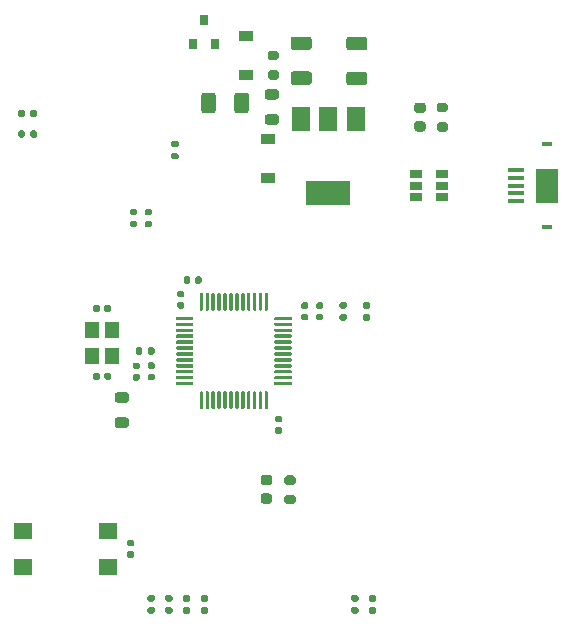
<source format=gbr>
%TF.GenerationSoftware,KiCad,Pcbnew,(5.1.9)-1*%
%TF.CreationDate,2021-01-20T19:31:44-08:00*%
%TF.ProjectId,STM32_BOB,53544d33-325f-4424-9f42-2e6b69636164,rev?*%
%TF.SameCoordinates,Original*%
%TF.FileFunction,Paste,Top*%
%TF.FilePolarity,Positive*%
%FSLAX46Y46*%
G04 Gerber Fmt 4.6, Leading zero omitted, Abs format (unit mm)*
G04 Created by KiCad (PCBNEW (5.1.9)-1) date 2021-01-20 19:31:44*
%MOMM*%
%LPD*%
G01*
G04 APERTURE LIST*
%ADD10R,1.200000X0.900000*%
%ADD11R,1.200000X1.400000*%
%ADD12R,1.350000X0.400000*%
%ADD13R,1.900000X2.900000*%
%ADD14R,0.850000X0.300000*%
%ADD15R,0.800000X0.900000*%
%ADD16R,1.600000X1.400000*%
%ADD17R,3.800000X2.000000*%
%ADD18R,1.500000X2.000000*%
%ADD19R,1.060000X0.650000*%
G04 APERTURE END LIST*
%TO.C,C12*%
G36*
G01*
X116420000Y-112550000D02*
X116080000Y-112550000D01*
G75*
G02*
X115940000Y-112410000I0J140000D01*
G01*
X115940000Y-112130000D01*
G75*
G02*
X116080000Y-111990000I140000J0D01*
G01*
X116420000Y-111990000D01*
G75*
G02*
X116560000Y-112130000I0J-140000D01*
G01*
X116560000Y-112410000D01*
G75*
G02*
X116420000Y-112550000I-140000J0D01*
G01*
G37*
G36*
G01*
X116420000Y-113510000D02*
X116080000Y-113510000D01*
G75*
G02*
X115940000Y-113370000I0J140000D01*
G01*
X115940000Y-113090000D01*
G75*
G02*
X116080000Y-112950000I140000J0D01*
G01*
X116420000Y-112950000D01*
G75*
G02*
X116560000Y-113090000I0J-140000D01*
G01*
X116560000Y-113370000D01*
G75*
G02*
X116420000Y-113510000I-140000J0D01*
G01*
G37*
%TD*%
%TO.C,C11*%
G36*
G01*
X114040000Y-98320000D02*
X114040000Y-97980000D01*
G75*
G02*
X114180000Y-97840000I140000J0D01*
G01*
X114460000Y-97840000D01*
G75*
G02*
X114600000Y-97980000I0J-140000D01*
G01*
X114600000Y-98320000D01*
G75*
G02*
X114460000Y-98460000I-140000J0D01*
G01*
X114180000Y-98460000D01*
G75*
G02*
X114040000Y-98320000I0J140000D01*
G01*
G37*
G36*
G01*
X113080000Y-98320000D02*
X113080000Y-97980000D01*
G75*
G02*
X113220000Y-97840000I140000J0D01*
G01*
X113500000Y-97840000D01*
G75*
G02*
X113640000Y-97980000I0J-140000D01*
G01*
X113640000Y-98320000D01*
G75*
G02*
X113500000Y-98460000I-140000J0D01*
G01*
X113220000Y-98460000D01*
G75*
G02*
X113080000Y-98320000I0J140000D01*
G01*
G37*
%TD*%
%TO.C,C10*%
G36*
G01*
X113640000Y-92230000D02*
X113640000Y-92570000D01*
G75*
G02*
X113500000Y-92710000I-140000J0D01*
G01*
X113220000Y-92710000D01*
G75*
G02*
X113080000Y-92570000I0J140000D01*
G01*
X113080000Y-92230000D01*
G75*
G02*
X113220000Y-92090000I140000J0D01*
G01*
X113500000Y-92090000D01*
G75*
G02*
X113640000Y-92230000I0J-140000D01*
G01*
G37*
G36*
G01*
X114600000Y-92230000D02*
X114600000Y-92570000D01*
G75*
G02*
X114460000Y-92710000I-140000J0D01*
G01*
X114180000Y-92710000D01*
G75*
G02*
X114040000Y-92570000I0J140000D01*
G01*
X114040000Y-92230000D01*
G75*
G02*
X114180000Y-92090000I140000J0D01*
G01*
X114460000Y-92090000D01*
G75*
G02*
X114600000Y-92230000I0J-140000D01*
G01*
G37*
%TD*%
%TO.C,C9*%
G36*
G01*
X118170000Y-97530000D02*
X117830000Y-97530000D01*
G75*
G02*
X117690000Y-97390000I0J140000D01*
G01*
X117690000Y-97110000D01*
G75*
G02*
X117830000Y-96970000I140000J0D01*
G01*
X118170000Y-96970000D01*
G75*
G02*
X118310000Y-97110000I0J-140000D01*
G01*
X118310000Y-97390000D01*
G75*
G02*
X118170000Y-97530000I-140000J0D01*
G01*
G37*
G36*
G01*
X118170000Y-98490000D02*
X117830000Y-98490000D01*
G75*
G02*
X117690000Y-98350000I0J140000D01*
G01*
X117690000Y-98070000D01*
G75*
G02*
X117830000Y-97930000I140000J0D01*
G01*
X118170000Y-97930000D01*
G75*
G02*
X118310000Y-98070000I0J-140000D01*
G01*
X118310000Y-98350000D01*
G75*
G02*
X118170000Y-98490000I-140000J0D01*
G01*
G37*
%TD*%
%TO.C,C8*%
G36*
G01*
X116910000Y-97540000D02*
X116570000Y-97540000D01*
G75*
G02*
X116430000Y-97400000I0J140000D01*
G01*
X116430000Y-97120000D01*
G75*
G02*
X116570000Y-96980000I140000J0D01*
G01*
X116910000Y-96980000D01*
G75*
G02*
X117050000Y-97120000I0J-140000D01*
G01*
X117050000Y-97400000D01*
G75*
G02*
X116910000Y-97540000I-140000J0D01*
G01*
G37*
G36*
G01*
X116910000Y-98500000D02*
X116570000Y-98500000D01*
G75*
G02*
X116430000Y-98360000I0J140000D01*
G01*
X116430000Y-98080000D01*
G75*
G02*
X116570000Y-97940000I140000J0D01*
G01*
X116910000Y-97940000D01*
G75*
G02*
X117050000Y-98080000I0J-140000D01*
G01*
X117050000Y-98360000D01*
G75*
G02*
X116910000Y-98500000I-140000J0D01*
G01*
G37*
%TD*%
%TO.C,C7*%
G36*
G01*
X132420000Y-92450000D02*
X132080000Y-92450000D01*
G75*
G02*
X131940000Y-92310000I0J140000D01*
G01*
X131940000Y-92030000D01*
G75*
G02*
X132080000Y-91890000I140000J0D01*
G01*
X132420000Y-91890000D01*
G75*
G02*
X132560000Y-92030000I0J-140000D01*
G01*
X132560000Y-92310000D01*
G75*
G02*
X132420000Y-92450000I-140000J0D01*
G01*
G37*
G36*
G01*
X132420000Y-93410000D02*
X132080000Y-93410000D01*
G75*
G02*
X131940000Y-93270000I0J140000D01*
G01*
X131940000Y-92990000D01*
G75*
G02*
X132080000Y-92850000I140000J0D01*
G01*
X132420000Y-92850000D01*
G75*
G02*
X132560000Y-92990000I0J-140000D01*
G01*
X132560000Y-93270000D01*
G75*
G02*
X132420000Y-93410000I-140000J0D01*
G01*
G37*
%TD*%
%TO.C,C6*%
G36*
G01*
X120330000Y-91860000D02*
X120670000Y-91860000D01*
G75*
G02*
X120810000Y-92000000I0J-140000D01*
G01*
X120810000Y-92280000D01*
G75*
G02*
X120670000Y-92420000I-140000J0D01*
G01*
X120330000Y-92420000D01*
G75*
G02*
X120190000Y-92280000I0J140000D01*
G01*
X120190000Y-92000000D01*
G75*
G02*
X120330000Y-91860000I140000J0D01*
G01*
G37*
G36*
G01*
X120330000Y-90900000D02*
X120670000Y-90900000D01*
G75*
G02*
X120810000Y-91040000I0J-140000D01*
G01*
X120810000Y-91320000D01*
G75*
G02*
X120670000Y-91460000I-140000J0D01*
G01*
X120330000Y-91460000D01*
G75*
G02*
X120190000Y-91320000I0J140000D01*
G01*
X120190000Y-91040000D01*
G75*
G02*
X120330000Y-90900000I140000J0D01*
G01*
G37*
%TD*%
%TO.C,C5*%
G36*
G01*
X128970000Y-102050000D02*
X128630000Y-102050000D01*
G75*
G02*
X128490000Y-101910000I0J140000D01*
G01*
X128490000Y-101630000D01*
G75*
G02*
X128630000Y-101490000I140000J0D01*
G01*
X128970000Y-101490000D01*
G75*
G02*
X129110000Y-101630000I0J-140000D01*
G01*
X129110000Y-101910000D01*
G75*
G02*
X128970000Y-102050000I-140000J0D01*
G01*
G37*
G36*
G01*
X128970000Y-103010000D02*
X128630000Y-103010000D01*
G75*
G02*
X128490000Y-102870000I0J140000D01*
G01*
X128490000Y-102590000D01*
G75*
G02*
X128630000Y-102450000I140000J0D01*
G01*
X128970000Y-102450000D01*
G75*
G02*
X129110000Y-102590000I0J-140000D01*
G01*
X129110000Y-102870000D01*
G75*
G02*
X128970000Y-103010000I-140000J0D01*
G01*
G37*
%TD*%
%TO.C,C4*%
G36*
G01*
X121300000Y-89830000D02*
X121300000Y-90170000D01*
G75*
G02*
X121160000Y-90310000I-140000J0D01*
G01*
X120880000Y-90310000D01*
G75*
G02*
X120740000Y-90170000I0J140000D01*
G01*
X120740000Y-89830000D01*
G75*
G02*
X120880000Y-89690000I140000J0D01*
G01*
X121160000Y-89690000D01*
G75*
G02*
X121300000Y-89830000I0J-140000D01*
G01*
G37*
G36*
G01*
X122260000Y-89830000D02*
X122260000Y-90170000D01*
G75*
G02*
X122120000Y-90310000I-140000J0D01*
G01*
X121840000Y-90310000D01*
G75*
G02*
X121700000Y-90170000I0J140000D01*
G01*
X121700000Y-89830000D01*
G75*
G02*
X121840000Y-89690000I140000J0D01*
G01*
X122120000Y-89690000D01*
G75*
G02*
X122260000Y-89830000I0J-140000D01*
G01*
G37*
%TD*%
%TO.C,C3*%
G36*
G01*
X131170000Y-92450000D02*
X130830000Y-92450000D01*
G75*
G02*
X130690000Y-92310000I0J140000D01*
G01*
X130690000Y-92030000D01*
G75*
G02*
X130830000Y-91890000I140000J0D01*
G01*
X131170000Y-91890000D01*
G75*
G02*
X131310000Y-92030000I0J-140000D01*
G01*
X131310000Y-92310000D01*
G75*
G02*
X131170000Y-92450000I-140000J0D01*
G01*
G37*
G36*
G01*
X131170000Y-93410000D02*
X130830000Y-93410000D01*
G75*
G02*
X130690000Y-93270000I0J140000D01*
G01*
X130690000Y-92990000D01*
G75*
G02*
X130830000Y-92850000I140000J0D01*
G01*
X131170000Y-92850000D01*
G75*
G02*
X131310000Y-92990000I0J-140000D01*
G01*
X131310000Y-93270000D01*
G75*
G02*
X131170000Y-93410000I-140000J0D01*
G01*
G37*
%TD*%
D10*
%TO.C,D1*%
X126000000Y-72650000D03*
X126000000Y-69350000D03*
%TD*%
%TO.C,C1*%
G36*
G01*
X130049999Y-72325000D02*
X131350001Y-72325000D01*
G75*
G02*
X131600000Y-72574999I0J-249999D01*
G01*
X131600000Y-73225001D01*
G75*
G02*
X131350001Y-73475000I-249999J0D01*
G01*
X130049999Y-73475000D01*
G75*
G02*
X129800000Y-73225001I0J249999D01*
G01*
X129800000Y-72574999D01*
G75*
G02*
X130049999Y-72325000I249999J0D01*
G01*
G37*
G36*
G01*
X130049999Y-69375000D02*
X131350001Y-69375000D01*
G75*
G02*
X131600000Y-69624999I0J-249999D01*
G01*
X131600000Y-70275001D01*
G75*
G02*
X131350001Y-70525000I-249999J0D01*
G01*
X130049999Y-70525000D01*
G75*
G02*
X129800000Y-70275001I0J249999D01*
G01*
X129800000Y-69624999D01*
G75*
G02*
X130049999Y-69375000I249999J0D01*
G01*
G37*
%TD*%
%TO.C,C2*%
G36*
G01*
X134749999Y-69400000D02*
X136050001Y-69400000D01*
G75*
G02*
X136300000Y-69649999I0J-249999D01*
G01*
X136300000Y-70300001D01*
G75*
G02*
X136050001Y-70550000I-249999J0D01*
G01*
X134749999Y-70550000D01*
G75*
G02*
X134500000Y-70300001I0J249999D01*
G01*
X134500000Y-69649999D01*
G75*
G02*
X134749999Y-69400000I249999J0D01*
G01*
G37*
G36*
G01*
X134749999Y-72350000D02*
X136050001Y-72350000D01*
G75*
G02*
X136300000Y-72599999I0J-249999D01*
G01*
X136300000Y-73250001D01*
G75*
G02*
X136050001Y-73500000I-249999J0D01*
G01*
X134749999Y-73500000D01*
G75*
G02*
X134500000Y-73250001I0J249999D01*
G01*
X134500000Y-72599999D01*
G75*
G02*
X134749999Y-72350000I249999J0D01*
G01*
G37*
%TD*%
%TO.C,D2*%
X127900000Y-78050000D03*
X127900000Y-81350000D03*
%TD*%
%TO.C,D3*%
G36*
G01*
X141006250Y-77425000D02*
X140493750Y-77425000D01*
G75*
G02*
X140275000Y-77206250I0J218750D01*
G01*
X140275000Y-76768750D01*
G75*
G02*
X140493750Y-76550000I218750J0D01*
G01*
X141006250Y-76550000D01*
G75*
G02*
X141225000Y-76768750I0J-218750D01*
G01*
X141225000Y-77206250D01*
G75*
G02*
X141006250Y-77425000I-218750J0D01*
G01*
G37*
G36*
G01*
X141006250Y-75850000D02*
X140493750Y-75850000D01*
G75*
G02*
X140275000Y-75631250I0J218750D01*
G01*
X140275000Y-75193750D01*
G75*
G02*
X140493750Y-74975000I218750J0D01*
G01*
X141006250Y-74975000D01*
G75*
G02*
X141225000Y-75193750I0J-218750D01*
G01*
X141225000Y-75631250D01*
G75*
G02*
X141006250Y-75850000I-218750J0D01*
G01*
G37*
%TD*%
%TO.C,D4*%
G36*
G01*
X128006250Y-107362500D02*
X127493750Y-107362500D01*
G75*
G02*
X127275000Y-107143750I0J218750D01*
G01*
X127275000Y-106706250D01*
G75*
G02*
X127493750Y-106487500I218750J0D01*
G01*
X128006250Y-106487500D01*
G75*
G02*
X128225000Y-106706250I0J-218750D01*
G01*
X128225000Y-107143750D01*
G75*
G02*
X128006250Y-107362500I-218750J0D01*
G01*
G37*
G36*
G01*
X128006250Y-108937500D02*
X127493750Y-108937500D01*
G75*
G02*
X127275000Y-108718750I0J218750D01*
G01*
X127275000Y-108281250D01*
G75*
G02*
X127493750Y-108062500I218750J0D01*
G01*
X128006250Y-108062500D01*
G75*
G02*
X128225000Y-108281250I0J-218750D01*
G01*
X128225000Y-108718750D01*
G75*
G02*
X128006250Y-108937500I-218750J0D01*
G01*
G37*
%TD*%
%TO.C,F1*%
G36*
G01*
X126275000Y-74375000D02*
X126275000Y-75625000D01*
G75*
G02*
X126025000Y-75875000I-250000J0D01*
G01*
X125275000Y-75875000D01*
G75*
G02*
X125025000Y-75625000I0J250000D01*
G01*
X125025000Y-74375000D01*
G75*
G02*
X125275000Y-74125000I250000J0D01*
G01*
X126025000Y-74125000D01*
G75*
G02*
X126275000Y-74375000I0J-250000D01*
G01*
G37*
G36*
G01*
X123475000Y-74375000D02*
X123475000Y-75625000D01*
G75*
G02*
X123225000Y-75875000I-250000J0D01*
G01*
X122475000Y-75875000D01*
G75*
G02*
X122225000Y-75625000I0J250000D01*
G01*
X122225000Y-74375000D01*
G75*
G02*
X122475000Y-74125000I250000J0D01*
G01*
X123225000Y-74125000D01*
G75*
G02*
X123475000Y-74375000I0J-250000D01*
G01*
G37*
%TD*%
%TO.C,FB1*%
G36*
G01*
X128581250Y-76837500D02*
X127818750Y-76837500D01*
G75*
G02*
X127600000Y-76618750I0J218750D01*
G01*
X127600000Y-76181250D01*
G75*
G02*
X127818750Y-75962500I218750J0D01*
G01*
X128581250Y-75962500D01*
G75*
G02*
X128800000Y-76181250I0J-218750D01*
G01*
X128800000Y-76618750D01*
G75*
G02*
X128581250Y-76837500I-218750J0D01*
G01*
G37*
G36*
G01*
X128581250Y-74712500D02*
X127818750Y-74712500D01*
G75*
G02*
X127600000Y-74493750I0J218750D01*
G01*
X127600000Y-74056250D01*
G75*
G02*
X127818750Y-73837500I218750J0D01*
G01*
X128581250Y-73837500D01*
G75*
G02*
X128800000Y-74056250I0J-218750D01*
G01*
X128800000Y-74493750D01*
G75*
G02*
X128581250Y-74712500I-218750J0D01*
G01*
G37*
%TD*%
%TO.C,FB2*%
G36*
G01*
X115118750Y-101625000D02*
X115881250Y-101625000D01*
G75*
G02*
X116100000Y-101843750I0J-218750D01*
G01*
X116100000Y-102281250D01*
G75*
G02*
X115881250Y-102500000I-218750J0D01*
G01*
X115118750Y-102500000D01*
G75*
G02*
X114900000Y-102281250I0J218750D01*
G01*
X114900000Y-101843750D01*
G75*
G02*
X115118750Y-101625000I218750J0D01*
G01*
G37*
G36*
G01*
X115118750Y-99500000D02*
X115881250Y-99500000D01*
G75*
G02*
X116100000Y-99718750I0J-218750D01*
G01*
X116100000Y-100156250D01*
G75*
G02*
X115881250Y-100375000I-218750J0D01*
G01*
X115118750Y-100375000D01*
G75*
G02*
X114900000Y-100156250I0J218750D01*
G01*
X114900000Y-99718750D01*
G75*
G02*
X115118750Y-99500000I218750J0D01*
G01*
G37*
%TD*%
D11*
%TO.C,HSE1*%
X112990000Y-94200000D03*
X112990000Y-96400000D03*
X114690000Y-96400000D03*
X114690000Y-94200000D03*
%TD*%
D12*
%TO.C,J2*%
X148875000Y-83300000D03*
X148875000Y-82650000D03*
X148875000Y-82000000D03*
X148875000Y-80700000D03*
X148875000Y-81350000D03*
D13*
X151550000Y-82000000D03*
D14*
X151550000Y-78500000D03*
X151550000Y-85500000D03*
%TD*%
D15*
%TO.C,Q1*%
X121500000Y-70000000D03*
X123400000Y-70000000D03*
X122450000Y-68000000D03*
%TD*%
%TO.C,R1*%
G36*
G01*
X128600000Y-73025000D02*
X128050000Y-73025000D01*
G75*
G02*
X127850000Y-72825000I0J200000D01*
G01*
X127850000Y-72425000D01*
G75*
G02*
X128050000Y-72225000I200000J0D01*
G01*
X128600000Y-72225000D01*
G75*
G02*
X128800000Y-72425000I0J-200000D01*
G01*
X128800000Y-72825000D01*
G75*
G02*
X128600000Y-73025000I-200000J0D01*
G01*
G37*
G36*
G01*
X128600000Y-71375000D02*
X128050000Y-71375000D01*
G75*
G02*
X127850000Y-71175000I0J200000D01*
G01*
X127850000Y-70775000D01*
G75*
G02*
X128050000Y-70575000I200000J0D01*
G01*
X128600000Y-70575000D01*
G75*
G02*
X128800000Y-70775000I0J-200000D01*
G01*
X128800000Y-71175000D01*
G75*
G02*
X128600000Y-71375000I-200000J0D01*
G01*
G37*
%TD*%
%TO.C,R2*%
G36*
G01*
X142925000Y-75775000D02*
X142375000Y-75775000D01*
G75*
G02*
X142175000Y-75575000I0J200000D01*
G01*
X142175000Y-75175000D01*
G75*
G02*
X142375000Y-74975000I200000J0D01*
G01*
X142925000Y-74975000D01*
G75*
G02*
X143125000Y-75175000I0J-200000D01*
G01*
X143125000Y-75575000D01*
G75*
G02*
X142925000Y-75775000I-200000J0D01*
G01*
G37*
G36*
G01*
X142925000Y-77425000D02*
X142375000Y-77425000D01*
G75*
G02*
X142175000Y-77225000I0J200000D01*
G01*
X142175000Y-76825000D01*
G75*
G02*
X142375000Y-76625000I200000J0D01*
G01*
X142925000Y-76625000D01*
G75*
G02*
X143125000Y-76825000I0J-200000D01*
G01*
X143125000Y-77225000D01*
G75*
G02*
X142925000Y-77425000I-200000J0D01*
G01*
G37*
%TD*%
%TO.C,R3*%
G36*
G01*
X117260000Y-95815000D02*
X117260000Y-96185000D01*
G75*
G02*
X117125000Y-96320000I-135000J0D01*
G01*
X116855000Y-96320000D01*
G75*
G02*
X116720000Y-96185000I0J135000D01*
G01*
X116720000Y-95815000D01*
G75*
G02*
X116855000Y-95680000I135000J0D01*
G01*
X117125000Y-95680000D01*
G75*
G02*
X117260000Y-95815000I0J-135000D01*
G01*
G37*
G36*
G01*
X118280000Y-95815000D02*
X118280000Y-96185000D01*
G75*
G02*
X118145000Y-96320000I-135000J0D01*
G01*
X117875000Y-96320000D01*
G75*
G02*
X117740000Y-96185000I0J135000D01*
G01*
X117740000Y-95815000D01*
G75*
G02*
X117875000Y-95680000I135000J0D01*
G01*
X118145000Y-95680000D01*
G75*
G02*
X118280000Y-95815000I0J-135000D01*
G01*
G37*
%TD*%
%TO.C,R4*%
G36*
G01*
X120185000Y-78760000D02*
X119815000Y-78760000D01*
G75*
G02*
X119680000Y-78625000I0J135000D01*
G01*
X119680000Y-78355000D01*
G75*
G02*
X119815000Y-78220000I135000J0D01*
G01*
X120185000Y-78220000D01*
G75*
G02*
X120320000Y-78355000I0J-135000D01*
G01*
X120320000Y-78625000D01*
G75*
G02*
X120185000Y-78760000I-135000J0D01*
G01*
G37*
G36*
G01*
X120185000Y-79780000D02*
X119815000Y-79780000D01*
G75*
G02*
X119680000Y-79645000I0J135000D01*
G01*
X119680000Y-79375000D01*
G75*
G02*
X119815000Y-79240000I135000J0D01*
G01*
X120185000Y-79240000D01*
G75*
G02*
X120320000Y-79375000I0J-135000D01*
G01*
X120320000Y-79645000D01*
G75*
G02*
X120185000Y-79780000I-135000J0D01*
G01*
G37*
%TD*%
%TO.C,R5*%
G36*
G01*
X130025000Y-108975000D02*
X129475000Y-108975000D01*
G75*
G02*
X129275000Y-108775000I0J200000D01*
G01*
X129275000Y-108375000D01*
G75*
G02*
X129475000Y-108175000I200000J0D01*
G01*
X130025000Y-108175000D01*
G75*
G02*
X130225000Y-108375000I0J-200000D01*
G01*
X130225000Y-108775000D01*
G75*
G02*
X130025000Y-108975000I-200000J0D01*
G01*
G37*
G36*
G01*
X130025000Y-107325000D02*
X129475000Y-107325000D01*
G75*
G02*
X129275000Y-107125000I0J200000D01*
G01*
X129275000Y-106725000D01*
G75*
G02*
X129475000Y-106525000I200000J0D01*
G01*
X130025000Y-106525000D01*
G75*
G02*
X130225000Y-106725000I0J-200000D01*
G01*
X130225000Y-107125000D01*
G75*
G02*
X130025000Y-107325000I-200000J0D01*
G01*
G37*
%TD*%
%TO.C,R6*%
G36*
G01*
X117935000Y-85530000D02*
X117565000Y-85530000D01*
G75*
G02*
X117430000Y-85395000I0J135000D01*
G01*
X117430000Y-85125000D01*
G75*
G02*
X117565000Y-84990000I135000J0D01*
G01*
X117935000Y-84990000D01*
G75*
G02*
X118070000Y-85125000I0J-135000D01*
G01*
X118070000Y-85395000D01*
G75*
G02*
X117935000Y-85530000I-135000J0D01*
G01*
G37*
G36*
G01*
X117935000Y-84510000D02*
X117565000Y-84510000D01*
G75*
G02*
X117430000Y-84375000I0J135000D01*
G01*
X117430000Y-84105000D01*
G75*
G02*
X117565000Y-83970000I135000J0D01*
G01*
X117935000Y-83970000D01*
G75*
G02*
X118070000Y-84105000I0J-135000D01*
G01*
X118070000Y-84375000D01*
G75*
G02*
X117935000Y-84510000I-135000J0D01*
G01*
G37*
%TD*%
%TO.C,R7*%
G36*
G01*
X116685000Y-84500000D02*
X116315000Y-84500000D01*
G75*
G02*
X116180000Y-84365000I0J135000D01*
G01*
X116180000Y-84095000D01*
G75*
G02*
X116315000Y-83960000I135000J0D01*
G01*
X116685000Y-83960000D01*
G75*
G02*
X116820000Y-84095000I0J-135000D01*
G01*
X116820000Y-84365000D01*
G75*
G02*
X116685000Y-84500000I-135000J0D01*
G01*
G37*
G36*
G01*
X116685000Y-85520000D02*
X116315000Y-85520000D01*
G75*
G02*
X116180000Y-85385000I0J135000D01*
G01*
X116180000Y-85115000D01*
G75*
G02*
X116315000Y-84980000I135000J0D01*
G01*
X116685000Y-84980000D01*
G75*
G02*
X116820000Y-85115000I0J-135000D01*
G01*
X116820000Y-85385000D01*
G75*
G02*
X116685000Y-85520000I-135000J0D01*
G01*
G37*
%TD*%
%TO.C,R8*%
G36*
G01*
X134435000Y-92400000D02*
X134065000Y-92400000D01*
G75*
G02*
X133930000Y-92265000I0J135000D01*
G01*
X133930000Y-91995000D01*
G75*
G02*
X134065000Y-91860000I135000J0D01*
G01*
X134435000Y-91860000D01*
G75*
G02*
X134570000Y-91995000I0J-135000D01*
G01*
X134570000Y-92265000D01*
G75*
G02*
X134435000Y-92400000I-135000J0D01*
G01*
G37*
G36*
G01*
X134435000Y-93420000D02*
X134065000Y-93420000D01*
G75*
G02*
X133930000Y-93285000I0J135000D01*
G01*
X133930000Y-93015000D01*
G75*
G02*
X134065000Y-92880000I135000J0D01*
G01*
X134435000Y-92880000D01*
G75*
G02*
X134570000Y-93015000I0J-135000D01*
G01*
X134570000Y-93285000D01*
G75*
G02*
X134435000Y-93420000I-135000J0D01*
G01*
G37*
%TD*%
%TO.C,R9*%
G36*
G01*
X136425000Y-93420000D02*
X136055000Y-93420000D01*
G75*
G02*
X135920000Y-93285000I0J135000D01*
G01*
X135920000Y-93015000D01*
G75*
G02*
X136055000Y-92880000I135000J0D01*
G01*
X136425000Y-92880000D01*
G75*
G02*
X136560000Y-93015000I0J-135000D01*
G01*
X136560000Y-93285000D01*
G75*
G02*
X136425000Y-93420000I-135000J0D01*
G01*
G37*
G36*
G01*
X136425000Y-92400000D02*
X136055000Y-92400000D01*
G75*
G02*
X135920000Y-92265000I0J135000D01*
G01*
X135920000Y-91995000D01*
G75*
G02*
X136055000Y-91860000I135000J0D01*
G01*
X136425000Y-91860000D01*
G75*
G02*
X136560000Y-91995000I0J-135000D01*
G01*
X136560000Y-92265000D01*
G75*
G02*
X136425000Y-92400000I-135000J0D01*
G01*
G37*
%TD*%
%TO.C,R10*%
G36*
G01*
X118185000Y-118230000D02*
X117815000Y-118230000D01*
G75*
G02*
X117680000Y-118095000I0J135000D01*
G01*
X117680000Y-117825000D01*
G75*
G02*
X117815000Y-117690000I135000J0D01*
G01*
X118185000Y-117690000D01*
G75*
G02*
X118320000Y-117825000I0J-135000D01*
G01*
X118320000Y-118095000D01*
G75*
G02*
X118185000Y-118230000I-135000J0D01*
G01*
G37*
G36*
G01*
X118185000Y-117210000D02*
X117815000Y-117210000D01*
G75*
G02*
X117680000Y-117075000I0J135000D01*
G01*
X117680000Y-116805000D01*
G75*
G02*
X117815000Y-116670000I135000J0D01*
G01*
X118185000Y-116670000D01*
G75*
G02*
X118320000Y-116805000I0J-135000D01*
G01*
X118320000Y-117075000D01*
G75*
G02*
X118185000Y-117210000I-135000J0D01*
G01*
G37*
%TD*%
%TO.C,R11*%
G36*
G01*
X119685000Y-117210000D02*
X119315000Y-117210000D01*
G75*
G02*
X119180000Y-117075000I0J135000D01*
G01*
X119180000Y-116805000D01*
G75*
G02*
X119315000Y-116670000I135000J0D01*
G01*
X119685000Y-116670000D01*
G75*
G02*
X119820000Y-116805000I0J-135000D01*
G01*
X119820000Y-117075000D01*
G75*
G02*
X119685000Y-117210000I-135000J0D01*
G01*
G37*
G36*
G01*
X119685000Y-118230000D02*
X119315000Y-118230000D01*
G75*
G02*
X119180000Y-118095000I0J135000D01*
G01*
X119180000Y-117825000D01*
G75*
G02*
X119315000Y-117690000I135000J0D01*
G01*
X119685000Y-117690000D01*
G75*
G02*
X119820000Y-117825000I0J-135000D01*
G01*
X119820000Y-118095000D01*
G75*
G02*
X119685000Y-118230000I-135000J0D01*
G01*
G37*
%TD*%
%TO.C,R12*%
G36*
G01*
X121185000Y-118230000D02*
X120815000Y-118230000D01*
G75*
G02*
X120680000Y-118095000I0J135000D01*
G01*
X120680000Y-117825000D01*
G75*
G02*
X120815000Y-117690000I135000J0D01*
G01*
X121185000Y-117690000D01*
G75*
G02*
X121320000Y-117825000I0J-135000D01*
G01*
X121320000Y-118095000D01*
G75*
G02*
X121185000Y-118230000I-135000J0D01*
G01*
G37*
G36*
G01*
X121185000Y-117210000D02*
X120815000Y-117210000D01*
G75*
G02*
X120680000Y-117075000I0J135000D01*
G01*
X120680000Y-116805000D01*
G75*
G02*
X120815000Y-116670000I135000J0D01*
G01*
X121185000Y-116670000D01*
G75*
G02*
X121320000Y-116805000I0J-135000D01*
G01*
X121320000Y-117075000D01*
G75*
G02*
X121185000Y-117210000I-135000J0D01*
G01*
G37*
%TD*%
%TO.C,R13*%
G36*
G01*
X122685000Y-117210000D02*
X122315000Y-117210000D01*
G75*
G02*
X122180000Y-117075000I0J135000D01*
G01*
X122180000Y-116805000D01*
G75*
G02*
X122315000Y-116670000I135000J0D01*
G01*
X122685000Y-116670000D01*
G75*
G02*
X122820000Y-116805000I0J-135000D01*
G01*
X122820000Y-117075000D01*
G75*
G02*
X122685000Y-117210000I-135000J0D01*
G01*
G37*
G36*
G01*
X122685000Y-118230000D02*
X122315000Y-118230000D01*
G75*
G02*
X122180000Y-118095000I0J135000D01*
G01*
X122180000Y-117825000D01*
G75*
G02*
X122315000Y-117690000I135000J0D01*
G01*
X122685000Y-117690000D01*
G75*
G02*
X122820000Y-117825000I0J-135000D01*
G01*
X122820000Y-118095000D01*
G75*
G02*
X122685000Y-118230000I-135000J0D01*
G01*
G37*
%TD*%
%TO.C,R14*%
G36*
G01*
X106750000Y-76065000D02*
X106750000Y-75695000D01*
G75*
G02*
X106885000Y-75560000I135000J0D01*
G01*
X107155000Y-75560000D01*
G75*
G02*
X107290000Y-75695000I0J-135000D01*
G01*
X107290000Y-76065000D01*
G75*
G02*
X107155000Y-76200000I-135000J0D01*
G01*
X106885000Y-76200000D01*
G75*
G02*
X106750000Y-76065000I0J135000D01*
G01*
G37*
G36*
G01*
X107770000Y-76065000D02*
X107770000Y-75695000D01*
G75*
G02*
X107905000Y-75560000I135000J0D01*
G01*
X108175000Y-75560000D01*
G75*
G02*
X108310000Y-75695000I0J-135000D01*
G01*
X108310000Y-76065000D01*
G75*
G02*
X108175000Y-76200000I-135000J0D01*
G01*
X107905000Y-76200000D01*
G75*
G02*
X107770000Y-76065000I0J135000D01*
G01*
G37*
%TD*%
%TO.C,R15*%
G36*
G01*
X106750000Y-77815000D02*
X106750000Y-77445000D01*
G75*
G02*
X106885000Y-77310000I135000J0D01*
G01*
X107155000Y-77310000D01*
G75*
G02*
X107290000Y-77445000I0J-135000D01*
G01*
X107290000Y-77815000D01*
G75*
G02*
X107155000Y-77950000I-135000J0D01*
G01*
X106885000Y-77950000D01*
G75*
G02*
X106750000Y-77815000I0J135000D01*
G01*
G37*
G36*
G01*
X107770000Y-77815000D02*
X107770000Y-77445000D01*
G75*
G02*
X107905000Y-77310000I135000J0D01*
G01*
X108175000Y-77310000D01*
G75*
G02*
X108310000Y-77445000I0J-135000D01*
G01*
X108310000Y-77815000D01*
G75*
G02*
X108175000Y-77950000I-135000J0D01*
G01*
X107905000Y-77950000D01*
G75*
G02*
X107770000Y-77815000I0J135000D01*
G01*
G37*
%TD*%
%TO.C,R16*%
G36*
G01*
X135435000Y-117210000D02*
X135065000Y-117210000D01*
G75*
G02*
X134930000Y-117075000I0J135000D01*
G01*
X134930000Y-116805000D01*
G75*
G02*
X135065000Y-116670000I135000J0D01*
G01*
X135435000Y-116670000D01*
G75*
G02*
X135570000Y-116805000I0J-135000D01*
G01*
X135570000Y-117075000D01*
G75*
G02*
X135435000Y-117210000I-135000J0D01*
G01*
G37*
G36*
G01*
X135435000Y-118230000D02*
X135065000Y-118230000D01*
G75*
G02*
X134930000Y-118095000I0J135000D01*
G01*
X134930000Y-117825000D01*
G75*
G02*
X135065000Y-117690000I135000J0D01*
G01*
X135435000Y-117690000D01*
G75*
G02*
X135570000Y-117825000I0J-135000D01*
G01*
X135570000Y-118095000D01*
G75*
G02*
X135435000Y-118230000I-135000J0D01*
G01*
G37*
%TD*%
%TO.C,R17*%
G36*
G01*
X136935000Y-118230000D02*
X136565000Y-118230000D01*
G75*
G02*
X136430000Y-118095000I0J135000D01*
G01*
X136430000Y-117825000D01*
G75*
G02*
X136565000Y-117690000I135000J0D01*
G01*
X136935000Y-117690000D01*
G75*
G02*
X137070000Y-117825000I0J-135000D01*
G01*
X137070000Y-118095000D01*
G75*
G02*
X136935000Y-118230000I-135000J0D01*
G01*
G37*
G36*
G01*
X136935000Y-117210000D02*
X136565000Y-117210000D01*
G75*
G02*
X136430000Y-117075000I0J135000D01*
G01*
X136430000Y-116805000D01*
G75*
G02*
X136565000Y-116670000I135000J0D01*
G01*
X136935000Y-116670000D01*
G75*
G02*
X137070000Y-116805000I0J-135000D01*
G01*
X137070000Y-117075000D01*
G75*
G02*
X136935000Y-117210000I-135000J0D01*
G01*
G37*
%TD*%
D16*
%TO.C,SW1*%
X107150000Y-114250000D03*
X114350000Y-114250000D03*
X107150000Y-111250000D03*
X114350000Y-111250000D03*
%TD*%
D17*
%TO.C,U1*%
X133000000Y-82650000D03*
D18*
X133000000Y-76350000D03*
X130700000Y-76350000D03*
X135300000Y-76350000D03*
%TD*%
D19*
%TO.C,U2*%
X142600000Y-82950000D03*
X142600000Y-82000000D03*
X142600000Y-81050000D03*
X140400000Y-81050000D03*
X140400000Y-82950000D03*
X140400000Y-82000000D03*
%TD*%
%TO.C,U3*%
G36*
G01*
X120100000Y-93325000D02*
X120100000Y-93175000D01*
G75*
G02*
X120175000Y-93100000I75000J0D01*
G01*
X121500000Y-93100000D01*
G75*
G02*
X121575000Y-93175000I0J-75000D01*
G01*
X121575000Y-93325000D01*
G75*
G02*
X121500000Y-93400000I-75000J0D01*
G01*
X120175000Y-93400000D01*
G75*
G02*
X120100000Y-93325000I0J75000D01*
G01*
G37*
G36*
G01*
X120100000Y-93825000D02*
X120100000Y-93675000D01*
G75*
G02*
X120175000Y-93600000I75000J0D01*
G01*
X121500000Y-93600000D01*
G75*
G02*
X121575000Y-93675000I0J-75000D01*
G01*
X121575000Y-93825000D01*
G75*
G02*
X121500000Y-93900000I-75000J0D01*
G01*
X120175000Y-93900000D01*
G75*
G02*
X120100000Y-93825000I0J75000D01*
G01*
G37*
G36*
G01*
X120100000Y-94325000D02*
X120100000Y-94175000D01*
G75*
G02*
X120175000Y-94100000I75000J0D01*
G01*
X121500000Y-94100000D01*
G75*
G02*
X121575000Y-94175000I0J-75000D01*
G01*
X121575000Y-94325000D01*
G75*
G02*
X121500000Y-94400000I-75000J0D01*
G01*
X120175000Y-94400000D01*
G75*
G02*
X120100000Y-94325000I0J75000D01*
G01*
G37*
G36*
G01*
X120100000Y-94825000D02*
X120100000Y-94675000D01*
G75*
G02*
X120175000Y-94600000I75000J0D01*
G01*
X121500000Y-94600000D01*
G75*
G02*
X121575000Y-94675000I0J-75000D01*
G01*
X121575000Y-94825000D01*
G75*
G02*
X121500000Y-94900000I-75000J0D01*
G01*
X120175000Y-94900000D01*
G75*
G02*
X120100000Y-94825000I0J75000D01*
G01*
G37*
G36*
G01*
X120100000Y-95325000D02*
X120100000Y-95175000D01*
G75*
G02*
X120175000Y-95100000I75000J0D01*
G01*
X121500000Y-95100000D01*
G75*
G02*
X121575000Y-95175000I0J-75000D01*
G01*
X121575000Y-95325000D01*
G75*
G02*
X121500000Y-95400000I-75000J0D01*
G01*
X120175000Y-95400000D01*
G75*
G02*
X120100000Y-95325000I0J75000D01*
G01*
G37*
G36*
G01*
X120100000Y-95825000D02*
X120100000Y-95675000D01*
G75*
G02*
X120175000Y-95600000I75000J0D01*
G01*
X121500000Y-95600000D01*
G75*
G02*
X121575000Y-95675000I0J-75000D01*
G01*
X121575000Y-95825000D01*
G75*
G02*
X121500000Y-95900000I-75000J0D01*
G01*
X120175000Y-95900000D01*
G75*
G02*
X120100000Y-95825000I0J75000D01*
G01*
G37*
G36*
G01*
X120100000Y-96325000D02*
X120100000Y-96175000D01*
G75*
G02*
X120175000Y-96100000I75000J0D01*
G01*
X121500000Y-96100000D01*
G75*
G02*
X121575000Y-96175000I0J-75000D01*
G01*
X121575000Y-96325000D01*
G75*
G02*
X121500000Y-96400000I-75000J0D01*
G01*
X120175000Y-96400000D01*
G75*
G02*
X120100000Y-96325000I0J75000D01*
G01*
G37*
G36*
G01*
X120100000Y-96825000D02*
X120100000Y-96675000D01*
G75*
G02*
X120175000Y-96600000I75000J0D01*
G01*
X121500000Y-96600000D01*
G75*
G02*
X121575000Y-96675000I0J-75000D01*
G01*
X121575000Y-96825000D01*
G75*
G02*
X121500000Y-96900000I-75000J0D01*
G01*
X120175000Y-96900000D01*
G75*
G02*
X120100000Y-96825000I0J75000D01*
G01*
G37*
G36*
G01*
X120100000Y-97325000D02*
X120100000Y-97175000D01*
G75*
G02*
X120175000Y-97100000I75000J0D01*
G01*
X121500000Y-97100000D01*
G75*
G02*
X121575000Y-97175000I0J-75000D01*
G01*
X121575000Y-97325000D01*
G75*
G02*
X121500000Y-97400000I-75000J0D01*
G01*
X120175000Y-97400000D01*
G75*
G02*
X120100000Y-97325000I0J75000D01*
G01*
G37*
G36*
G01*
X120100000Y-97825000D02*
X120100000Y-97675000D01*
G75*
G02*
X120175000Y-97600000I75000J0D01*
G01*
X121500000Y-97600000D01*
G75*
G02*
X121575000Y-97675000I0J-75000D01*
G01*
X121575000Y-97825000D01*
G75*
G02*
X121500000Y-97900000I-75000J0D01*
G01*
X120175000Y-97900000D01*
G75*
G02*
X120100000Y-97825000I0J75000D01*
G01*
G37*
G36*
G01*
X120100000Y-98325000D02*
X120100000Y-98175000D01*
G75*
G02*
X120175000Y-98100000I75000J0D01*
G01*
X121500000Y-98100000D01*
G75*
G02*
X121575000Y-98175000I0J-75000D01*
G01*
X121575000Y-98325000D01*
G75*
G02*
X121500000Y-98400000I-75000J0D01*
G01*
X120175000Y-98400000D01*
G75*
G02*
X120100000Y-98325000I0J75000D01*
G01*
G37*
G36*
G01*
X120100000Y-98825000D02*
X120100000Y-98675000D01*
G75*
G02*
X120175000Y-98600000I75000J0D01*
G01*
X121500000Y-98600000D01*
G75*
G02*
X121575000Y-98675000I0J-75000D01*
G01*
X121575000Y-98825000D01*
G75*
G02*
X121500000Y-98900000I-75000J0D01*
G01*
X120175000Y-98900000D01*
G75*
G02*
X120100000Y-98825000I0J75000D01*
G01*
G37*
G36*
G01*
X122100000Y-100825000D02*
X122100000Y-99500000D01*
G75*
G02*
X122175000Y-99425000I75000J0D01*
G01*
X122325000Y-99425000D01*
G75*
G02*
X122400000Y-99500000I0J-75000D01*
G01*
X122400000Y-100825000D01*
G75*
G02*
X122325000Y-100900000I-75000J0D01*
G01*
X122175000Y-100900000D01*
G75*
G02*
X122100000Y-100825000I0J75000D01*
G01*
G37*
G36*
G01*
X122600000Y-100825000D02*
X122600000Y-99500000D01*
G75*
G02*
X122675000Y-99425000I75000J0D01*
G01*
X122825000Y-99425000D01*
G75*
G02*
X122900000Y-99500000I0J-75000D01*
G01*
X122900000Y-100825000D01*
G75*
G02*
X122825000Y-100900000I-75000J0D01*
G01*
X122675000Y-100900000D01*
G75*
G02*
X122600000Y-100825000I0J75000D01*
G01*
G37*
G36*
G01*
X123100000Y-100825000D02*
X123100000Y-99500000D01*
G75*
G02*
X123175000Y-99425000I75000J0D01*
G01*
X123325000Y-99425000D01*
G75*
G02*
X123400000Y-99500000I0J-75000D01*
G01*
X123400000Y-100825000D01*
G75*
G02*
X123325000Y-100900000I-75000J0D01*
G01*
X123175000Y-100900000D01*
G75*
G02*
X123100000Y-100825000I0J75000D01*
G01*
G37*
G36*
G01*
X123600000Y-100825000D02*
X123600000Y-99500000D01*
G75*
G02*
X123675000Y-99425000I75000J0D01*
G01*
X123825000Y-99425000D01*
G75*
G02*
X123900000Y-99500000I0J-75000D01*
G01*
X123900000Y-100825000D01*
G75*
G02*
X123825000Y-100900000I-75000J0D01*
G01*
X123675000Y-100900000D01*
G75*
G02*
X123600000Y-100825000I0J75000D01*
G01*
G37*
G36*
G01*
X124100000Y-100825000D02*
X124100000Y-99500000D01*
G75*
G02*
X124175000Y-99425000I75000J0D01*
G01*
X124325000Y-99425000D01*
G75*
G02*
X124400000Y-99500000I0J-75000D01*
G01*
X124400000Y-100825000D01*
G75*
G02*
X124325000Y-100900000I-75000J0D01*
G01*
X124175000Y-100900000D01*
G75*
G02*
X124100000Y-100825000I0J75000D01*
G01*
G37*
G36*
G01*
X124600000Y-100825000D02*
X124600000Y-99500000D01*
G75*
G02*
X124675000Y-99425000I75000J0D01*
G01*
X124825000Y-99425000D01*
G75*
G02*
X124900000Y-99500000I0J-75000D01*
G01*
X124900000Y-100825000D01*
G75*
G02*
X124825000Y-100900000I-75000J0D01*
G01*
X124675000Y-100900000D01*
G75*
G02*
X124600000Y-100825000I0J75000D01*
G01*
G37*
G36*
G01*
X125100000Y-100825000D02*
X125100000Y-99500000D01*
G75*
G02*
X125175000Y-99425000I75000J0D01*
G01*
X125325000Y-99425000D01*
G75*
G02*
X125400000Y-99500000I0J-75000D01*
G01*
X125400000Y-100825000D01*
G75*
G02*
X125325000Y-100900000I-75000J0D01*
G01*
X125175000Y-100900000D01*
G75*
G02*
X125100000Y-100825000I0J75000D01*
G01*
G37*
G36*
G01*
X125600000Y-100825000D02*
X125600000Y-99500000D01*
G75*
G02*
X125675000Y-99425000I75000J0D01*
G01*
X125825000Y-99425000D01*
G75*
G02*
X125900000Y-99500000I0J-75000D01*
G01*
X125900000Y-100825000D01*
G75*
G02*
X125825000Y-100900000I-75000J0D01*
G01*
X125675000Y-100900000D01*
G75*
G02*
X125600000Y-100825000I0J75000D01*
G01*
G37*
G36*
G01*
X126100000Y-100825000D02*
X126100000Y-99500000D01*
G75*
G02*
X126175000Y-99425000I75000J0D01*
G01*
X126325000Y-99425000D01*
G75*
G02*
X126400000Y-99500000I0J-75000D01*
G01*
X126400000Y-100825000D01*
G75*
G02*
X126325000Y-100900000I-75000J0D01*
G01*
X126175000Y-100900000D01*
G75*
G02*
X126100000Y-100825000I0J75000D01*
G01*
G37*
G36*
G01*
X126600000Y-100825000D02*
X126600000Y-99500000D01*
G75*
G02*
X126675000Y-99425000I75000J0D01*
G01*
X126825000Y-99425000D01*
G75*
G02*
X126900000Y-99500000I0J-75000D01*
G01*
X126900000Y-100825000D01*
G75*
G02*
X126825000Y-100900000I-75000J0D01*
G01*
X126675000Y-100900000D01*
G75*
G02*
X126600000Y-100825000I0J75000D01*
G01*
G37*
G36*
G01*
X127100000Y-100825000D02*
X127100000Y-99500000D01*
G75*
G02*
X127175000Y-99425000I75000J0D01*
G01*
X127325000Y-99425000D01*
G75*
G02*
X127400000Y-99500000I0J-75000D01*
G01*
X127400000Y-100825000D01*
G75*
G02*
X127325000Y-100900000I-75000J0D01*
G01*
X127175000Y-100900000D01*
G75*
G02*
X127100000Y-100825000I0J75000D01*
G01*
G37*
G36*
G01*
X127600000Y-100825000D02*
X127600000Y-99500000D01*
G75*
G02*
X127675000Y-99425000I75000J0D01*
G01*
X127825000Y-99425000D01*
G75*
G02*
X127900000Y-99500000I0J-75000D01*
G01*
X127900000Y-100825000D01*
G75*
G02*
X127825000Y-100900000I-75000J0D01*
G01*
X127675000Y-100900000D01*
G75*
G02*
X127600000Y-100825000I0J75000D01*
G01*
G37*
G36*
G01*
X128425000Y-98825000D02*
X128425000Y-98675000D01*
G75*
G02*
X128500000Y-98600000I75000J0D01*
G01*
X129825000Y-98600000D01*
G75*
G02*
X129900000Y-98675000I0J-75000D01*
G01*
X129900000Y-98825000D01*
G75*
G02*
X129825000Y-98900000I-75000J0D01*
G01*
X128500000Y-98900000D01*
G75*
G02*
X128425000Y-98825000I0J75000D01*
G01*
G37*
G36*
G01*
X128425000Y-98325000D02*
X128425000Y-98175000D01*
G75*
G02*
X128500000Y-98100000I75000J0D01*
G01*
X129825000Y-98100000D01*
G75*
G02*
X129900000Y-98175000I0J-75000D01*
G01*
X129900000Y-98325000D01*
G75*
G02*
X129825000Y-98400000I-75000J0D01*
G01*
X128500000Y-98400000D01*
G75*
G02*
X128425000Y-98325000I0J75000D01*
G01*
G37*
G36*
G01*
X128425000Y-97825000D02*
X128425000Y-97675000D01*
G75*
G02*
X128500000Y-97600000I75000J0D01*
G01*
X129825000Y-97600000D01*
G75*
G02*
X129900000Y-97675000I0J-75000D01*
G01*
X129900000Y-97825000D01*
G75*
G02*
X129825000Y-97900000I-75000J0D01*
G01*
X128500000Y-97900000D01*
G75*
G02*
X128425000Y-97825000I0J75000D01*
G01*
G37*
G36*
G01*
X128425000Y-97325000D02*
X128425000Y-97175000D01*
G75*
G02*
X128500000Y-97100000I75000J0D01*
G01*
X129825000Y-97100000D01*
G75*
G02*
X129900000Y-97175000I0J-75000D01*
G01*
X129900000Y-97325000D01*
G75*
G02*
X129825000Y-97400000I-75000J0D01*
G01*
X128500000Y-97400000D01*
G75*
G02*
X128425000Y-97325000I0J75000D01*
G01*
G37*
G36*
G01*
X128425000Y-96825000D02*
X128425000Y-96675000D01*
G75*
G02*
X128500000Y-96600000I75000J0D01*
G01*
X129825000Y-96600000D01*
G75*
G02*
X129900000Y-96675000I0J-75000D01*
G01*
X129900000Y-96825000D01*
G75*
G02*
X129825000Y-96900000I-75000J0D01*
G01*
X128500000Y-96900000D01*
G75*
G02*
X128425000Y-96825000I0J75000D01*
G01*
G37*
G36*
G01*
X128425000Y-96325000D02*
X128425000Y-96175000D01*
G75*
G02*
X128500000Y-96100000I75000J0D01*
G01*
X129825000Y-96100000D01*
G75*
G02*
X129900000Y-96175000I0J-75000D01*
G01*
X129900000Y-96325000D01*
G75*
G02*
X129825000Y-96400000I-75000J0D01*
G01*
X128500000Y-96400000D01*
G75*
G02*
X128425000Y-96325000I0J75000D01*
G01*
G37*
G36*
G01*
X128425000Y-95825000D02*
X128425000Y-95675000D01*
G75*
G02*
X128500000Y-95600000I75000J0D01*
G01*
X129825000Y-95600000D01*
G75*
G02*
X129900000Y-95675000I0J-75000D01*
G01*
X129900000Y-95825000D01*
G75*
G02*
X129825000Y-95900000I-75000J0D01*
G01*
X128500000Y-95900000D01*
G75*
G02*
X128425000Y-95825000I0J75000D01*
G01*
G37*
G36*
G01*
X128425000Y-95325000D02*
X128425000Y-95175000D01*
G75*
G02*
X128500000Y-95100000I75000J0D01*
G01*
X129825000Y-95100000D01*
G75*
G02*
X129900000Y-95175000I0J-75000D01*
G01*
X129900000Y-95325000D01*
G75*
G02*
X129825000Y-95400000I-75000J0D01*
G01*
X128500000Y-95400000D01*
G75*
G02*
X128425000Y-95325000I0J75000D01*
G01*
G37*
G36*
G01*
X128425000Y-94825000D02*
X128425000Y-94675000D01*
G75*
G02*
X128500000Y-94600000I75000J0D01*
G01*
X129825000Y-94600000D01*
G75*
G02*
X129900000Y-94675000I0J-75000D01*
G01*
X129900000Y-94825000D01*
G75*
G02*
X129825000Y-94900000I-75000J0D01*
G01*
X128500000Y-94900000D01*
G75*
G02*
X128425000Y-94825000I0J75000D01*
G01*
G37*
G36*
G01*
X128425000Y-94325000D02*
X128425000Y-94175000D01*
G75*
G02*
X128500000Y-94100000I75000J0D01*
G01*
X129825000Y-94100000D01*
G75*
G02*
X129900000Y-94175000I0J-75000D01*
G01*
X129900000Y-94325000D01*
G75*
G02*
X129825000Y-94400000I-75000J0D01*
G01*
X128500000Y-94400000D01*
G75*
G02*
X128425000Y-94325000I0J75000D01*
G01*
G37*
G36*
G01*
X128425000Y-93825000D02*
X128425000Y-93675000D01*
G75*
G02*
X128500000Y-93600000I75000J0D01*
G01*
X129825000Y-93600000D01*
G75*
G02*
X129900000Y-93675000I0J-75000D01*
G01*
X129900000Y-93825000D01*
G75*
G02*
X129825000Y-93900000I-75000J0D01*
G01*
X128500000Y-93900000D01*
G75*
G02*
X128425000Y-93825000I0J75000D01*
G01*
G37*
G36*
G01*
X128425000Y-93325000D02*
X128425000Y-93175000D01*
G75*
G02*
X128500000Y-93100000I75000J0D01*
G01*
X129825000Y-93100000D01*
G75*
G02*
X129900000Y-93175000I0J-75000D01*
G01*
X129900000Y-93325000D01*
G75*
G02*
X129825000Y-93400000I-75000J0D01*
G01*
X128500000Y-93400000D01*
G75*
G02*
X128425000Y-93325000I0J75000D01*
G01*
G37*
G36*
G01*
X127600000Y-92500000D02*
X127600000Y-91175000D01*
G75*
G02*
X127675000Y-91100000I75000J0D01*
G01*
X127825000Y-91100000D01*
G75*
G02*
X127900000Y-91175000I0J-75000D01*
G01*
X127900000Y-92500000D01*
G75*
G02*
X127825000Y-92575000I-75000J0D01*
G01*
X127675000Y-92575000D01*
G75*
G02*
X127600000Y-92500000I0J75000D01*
G01*
G37*
G36*
G01*
X127100000Y-92500000D02*
X127100000Y-91175000D01*
G75*
G02*
X127175000Y-91100000I75000J0D01*
G01*
X127325000Y-91100000D01*
G75*
G02*
X127400000Y-91175000I0J-75000D01*
G01*
X127400000Y-92500000D01*
G75*
G02*
X127325000Y-92575000I-75000J0D01*
G01*
X127175000Y-92575000D01*
G75*
G02*
X127100000Y-92500000I0J75000D01*
G01*
G37*
G36*
G01*
X126600000Y-92500000D02*
X126600000Y-91175000D01*
G75*
G02*
X126675000Y-91100000I75000J0D01*
G01*
X126825000Y-91100000D01*
G75*
G02*
X126900000Y-91175000I0J-75000D01*
G01*
X126900000Y-92500000D01*
G75*
G02*
X126825000Y-92575000I-75000J0D01*
G01*
X126675000Y-92575000D01*
G75*
G02*
X126600000Y-92500000I0J75000D01*
G01*
G37*
G36*
G01*
X126100000Y-92500000D02*
X126100000Y-91175000D01*
G75*
G02*
X126175000Y-91100000I75000J0D01*
G01*
X126325000Y-91100000D01*
G75*
G02*
X126400000Y-91175000I0J-75000D01*
G01*
X126400000Y-92500000D01*
G75*
G02*
X126325000Y-92575000I-75000J0D01*
G01*
X126175000Y-92575000D01*
G75*
G02*
X126100000Y-92500000I0J75000D01*
G01*
G37*
G36*
G01*
X125600000Y-92500000D02*
X125600000Y-91175000D01*
G75*
G02*
X125675000Y-91100000I75000J0D01*
G01*
X125825000Y-91100000D01*
G75*
G02*
X125900000Y-91175000I0J-75000D01*
G01*
X125900000Y-92500000D01*
G75*
G02*
X125825000Y-92575000I-75000J0D01*
G01*
X125675000Y-92575000D01*
G75*
G02*
X125600000Y-92500000I0J75000D01*
G01*
G37*
G36*
G01*
X125100000Y-92500000D02*
X125100000Y-91175000D01*
G75*
G02*
X125175000Y-91100000I75000J0D01*
G01*
X125325000Y-91100000D01*
G75*
G02*
X125400000Y-91175000I0J-75000D01*
G01*
X125400000Y-92500000D01*
G75*
G02*
X125325000Y-92575000I-75000J0D01*
G01*
X125175000Y-92575000D01*
G75*
G02*
X125100000Y-92500000I0J75000D01*
G01*
G37*
G36*
G01*
X124600000Y-92500000D02*
X124600000Y-91175000D01*
G75*
G02*
X124675000Y-91100000I75000J0D01*
G01*
X124825000Y-91100000D01*
G75*
G02*
X124900000Y-91175000I0J-75000D01*
G01*
X124900000Y-92500000D01*
G75*
G02*
X124825000Y-92575000I-75000J0D01*
G01*
X124675000Y-92575000D01*
G75*
G02*
X124600000Y-92500000I0J75000D01*
G01*
G37*
G36*
G01*
X124100000Y-92500000D02*
X124100000Y-91175000D01*
G75*
G02*
X124175000Y-91100000I75000J0D01*
G01*
X124325000Y-91100000D01*
G75*
G02*
X124400000Y-91175000I0J-75000D01*
G01*
X124400000Y-92500000D01*
G75*
G02*
X124325000Y-92575000I-75000J0D01*
G01*
X124175000Y-92575000D01*
G75*
G02*
X124100000Y-92500000I0J75000D01*
G01*
G37*
G36*
G01*
X123600000Y-92500000D02*
X123600000Y-91175000D01*
G75*
G02*
X123675000Y-91100000I75000J0D01*
G01*
X123825000Y-91100000D01*
G75*
G02*
X123900000Y-91175000I0J-75000D01*
G01*
X123900000Y-92500000D01*
G75*
G02*
X123825000Y-92575000I-75000J0D01*
G01*
X123675000Y-92575000D01*
G75*
G02*
X123600000Y-92500000I0J75000D01*
G01*
G37*
G36*
G01*
X123100000Y-92500000D02*
X123100000Y-91175000D01*
G75*
G02*
X123175000Y-91100000I75000J0D01*
G01*
X123325000Y-91100000D01*
G75*
G02*
X123400000Y-91175000I0J-75000D01*
G01*
X123400000Y-92500000D01*
G75*
G02*
X123325000Y-92575000I-75000J0D01*
G01*
X123175000Y-92575000D01*
G75*
G02*
X123100000Y-92500000I0J75000D01*
G01*
G37*
G36*
G01*
X122600000Y-92500000D02*
X122600000Y-91175000D01*
G75*
G02*
X122675000Y-91100000I75000J0D01*
G01*
X122825000Y-91100000D01*
G75*
G02*
X122900000Y-91175000I0J-75000D01*
G01*
X122900000Y-92500000D01*
G75*
G02*
X122825000Y-92575000I-75000J0D01*
G01*
X122675000Y-92575000D01*
G75*
G02*
X122600000Y-92500000I0J75000D01*
G01*
G37*
G36*
G01*
X122100000Y-92500000D02*
X122100000Y-91175000D01*
G75*
G02*
X122175000Y-91100000I75000J0D01*
G01*
X122325000Y-91100000D01*
G75*
G02*
X122400000Y-91175000I0J-75000D01*
G01*
X122400000Y-92500000D01*
G75*
G02*
X122325000Y-92575000I-75000J0D01*
G01*
X122175000Y-92575000D01*
G75*
G02*
X122100000Y-92500000I0J75000D01*
G01*
G37*
%TD*%
M02*

</source>
